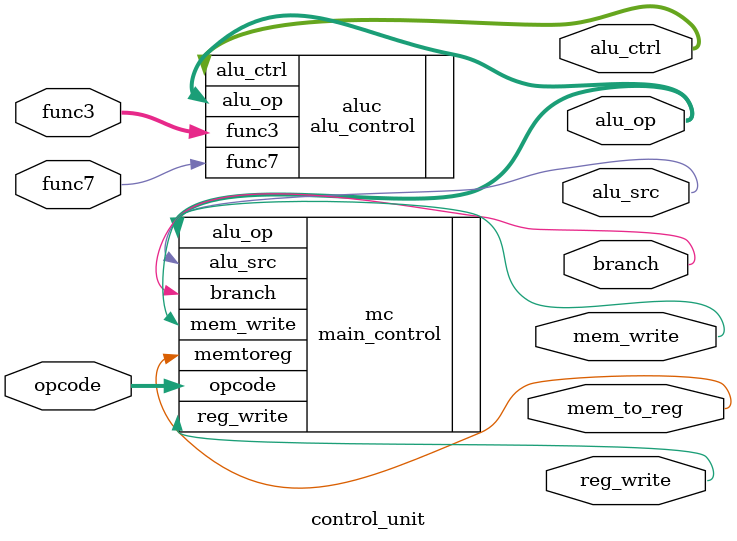
<source format=sv>
`timescale 1ns / 1ps
    
  
module control_unit(
input logic [6:0]opcode,//: The 7-bit opcode from the instruction.
input logic func7,//: The 5th bit of the fun7 field from the instruction. #NOTE IS THIS FUN7 OR FUN7 BIT5??
input logic [2:0]func3, //: The 3-bit fun3 field from the instruction.

output logic reg_write,//: Enables writing data to a register.
output logic mem_write,//: Enables writing data to memory.
output logic mem_to_reg,//: Selects data source for writing back to the register.
output logic [1:0]alu_op,//: Control signal passed to the ALU Control Unit.
output logic alu_src,//: Selects ALU operand source (immediate or register).
output logic branch,//: Indicates branch instructions.
output logic [3:0]alu_ctrl//: The 4-bit control signal for ALU operations    );
    );
        
    main_control mc(        
        .opcode(opcode),            
        .branch(branch),            
        .mem_write(mem_write),      
        .memtoreg(mem_to_reg),      
        .reg_write(reg_write),      
        .alu_src(alu_src),        
        .alu_op(alu_op)  );         
   
    
    alu_control aluc(
        .alu_op(alu_op),               // Input: ALU operation signal
        .func7(func7),
        .func3(func3),
        .alu_ctrl(alu_ctrl)            // Output: ALU control signal    
    );
endmodule

</source>
